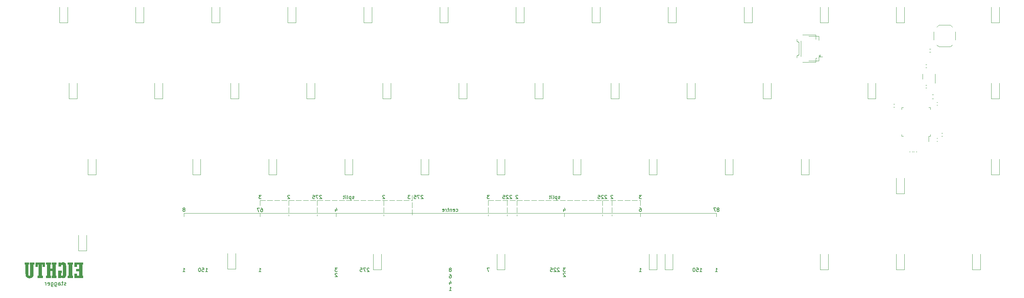
<source format=gbr>
%TF.GenerationSoftware,KiCad,Pcbnew,(7.0.0)*%
%TF.CreationDate,2023-11-25T11:40:03+01:00*%
%TF.ProjectId,Eightu,45696768-7475-42e6-9b69-6361645f7063,rev?*%
%TF.SameCoordinates,Original*%
%TF.FileFunction,Legend,Bot*%
%TF.FilePolarity,Positive*%
%FSLAX46Y46*%
G04 Gerber Fmt 4.6, Leading zero omitted, Abs format (unit mm)*
G04 Created by KiCad (PCBNEW (7.0.0)) date 2023-11-25 11:40:03*
%MOMM*%
%LPD*%
G01*
G04 APERTURE LIST*
%ADD10C,0.150000*%
%ADD11C,0.120000*%
G04 APERTURE END LIST*
D10*
X64103273Y-121178511D02*
X64008035Y-121226130D01*
X64008035Y-121226130D02*
X63817559Y-121226130D01*
X63817559Y-121226130D02*
X63722321Y-121178511D01*
X63722321Y-121178511D02*
X63674702Y-121083273D01*
X63674702Y-121083273D02*
X63674702Y-121035654D01*
X63674702Y-121035654D02*
X63722321Y-120940416D01*
X63722321Y-120940416D02*
X63817559Y-120892797D01*
X63817559Y-120892797D02*
X63960416Y-120892797D01*
X63960416Y-120892797D02*
X64055654Y-120845178D01*
X64055654Y-120845178D02*
X64103273Y-120749940D01*
X64103273Y-120749940D02*
X64103273Y-120702321D01*
X64103273Y-120702321D02*
X64055654Y-120607083D01*
X64055654Y-120607083D02*
X63960416Y-120559464D01*
X63960416Y-120559464D02*
X63817559Y-120559464D01*
X63817559Y-120559464D02*
X63722321Y-120607083D01*
X63388987Y-120559464D02*
X63008035Y-120559464D01*
X63246130Y-120226130D02*
X63246130Y-121083273D01*
X63246130Y-121083273D02*
X63198511Y-121178511D01*
X63198511Y-121178511D02*
X63103273Y-121226130D01*
X63103273Y-121226130D02*
X63008035Y-121226130D01*
X62246130Y-121226130D02*
X62246130Y-120702321D01*
X62246130Y-120702321D02*
X62293749Y-120607083D01*
X62293749Y-120607083D02*
X62388987Y-120559464D01*
X62388987Y-120559464D02*
X62579463Y-120559464D01*
X62579463Y-120559464D02*
X62674701Y-120607083D01*
X62246130Y-121178511D02*
X62341368Y-121226130D01*
X62341368Y-121226130D02*
X62579463Y-121226130D01*
X62579463Y-121226130D02*
X62674701Y-121178511D01*
X62674701Y-121178511D02*
X62722320Y-121083273D01*
X62722320Y-121083273D02*
X62722320Y-120988035D01*
X62722320Y-120988035D02*
X62674701Y-120892797D01*
X62674701Y-120892797D02*
X62579463Y-120845178D01*
X62579463Y-120845178D02*
X62341368Y-120845178D01*
X62341368Y-120845178D02*
X62246130Y-120797559D01*
X61341368Y-120559464D02*
X61341368Y-121368988D01*
X61341368Y-121368988D02*
X61388987Y-121464226D01*
X61388987Y-121464226D02*
X61436606Y-121511845D01*
X61436606Y-121511845D02*
X61531844Y-121559464D01*
X61531844Y-121559464D02*
X61674701Y-121559464D01*
X61674701Y-121559464D02*
X61769939Y-121511845D01*
X61341368Y-121178511D02*
X61436606Y-121226130D01*
X61436606Y-121226130D02*
X61627082Y-121226130D01*
X61627082Y-121226130D02*
X61722320Y-121178511D01*
X61722320Y-121178511D02*
X61769939Y-121130892D01*
X61769939Y-121130892D02*
X61817558Y-121035654D01*
X61817558Y-121035654D02*
X61817558Y-120749940D01*
X61817558Y-120749940D02*
X61769939Y-120654702D01*
X61769939Y-120654702D02*
X61722320Y-120607083D01*
X61722320Y-120607083D02*
X61627082Y-120559464D01*
X61627082Y-120559464D02*
X61436606Y-120559464D01*
X61436606Y-120559464D02*
X61341368Y-120607083D01*
X60436606Y-120559464D02*
X60436606Y-121368988D01*
X60436606Y-121368988D02*
X60484225Y-121464226D01*
X60484225Y-121464226D02*
X60531844Y-121511845D01*
X60531844Y-121511845D02*
X60627082Y-121559464D01*
X60627082Y-121559464D02*
X60769939Y-121559464D01*
X60769939Y-121559464D02*
X60865177Y-121511845D01*
X60436606Y-121178511D02*
X60531844Y-121226130D01*
X60531844Y-121226130D02*
X60722320Y-121226130D01*
X60722320Y-121226130D02*
X60817558Y-121178511D01*
X60817558Y-121178511D02*
X60865177Y-121130892D01*
X60865177Y-121130892D02*
X60912796Y-121035654D01*
X60912796Y-121035654D02*
X60912796Y-120749940D01*
X60912796Y-120749940D02*
X60865177Y-120654702D01*
X60865177Y-120654702D02*
X60817558Y-120607083D01*
X60817558Y-120607083D02*
X60722320Y-120559464D01*
X60722320Y-120559464D02*
X60531844Y-120559464D01*
X60531844Y-120559464D02*
X60436606Y-120607083D01*
X59579463Y-121178511D02*
X59674701Y-121226130D01*
X59674701Y-121226130D02*
X59865177Y-121226130D01*
X59865177Y-121226130D02*
X59960415Y-121178511D01*
X59960415Y-121178511D02*
X60008034Y-121083273D01*
X60008034Y-121083273D02*
X60008034Y-120702321D01*
X60008034Y-120702321D02*
X59960415Y-120607083D01*
X59960415Y-120607083D02*
X59865177Y-120559464D01*
X59865177Y-120559464D02*
X59674701Y-120559464D01*
X59674701Y-120559464D02*
X59579463Y-120607083D01*
X59579463Y-120607083D02*
X59531844Y-120702321D01*
X59531844Y-120702321D02*
X59531844Y-120797559D01*
X59531844Y-120797559D02*
X60008034Y-120892797D01*
X59103272Y-121226130D02*
X59103272Y-120559464D01*
X59103272Y-120749940D02*
X59055653Y-120654702D01*
X59055653Y-120654702D02*
X59008034Y-120607083D01*
X59008034Y-120607083D02*
X58912796Y-120559464D01*
X58912796Y-120559464D02*
X58817558Y-120559464D01*
D11*
X131762500Y-103981250D02*
X131762500Y-103187500D01*
X169862500Y-99912500D02*
X171182500Y-99912500D01*
X171662500Y-99912500D02*
X172982500Y-99912500D01*
X173462500Y-99912500D02*
X174782500Y-99912500D01*
X175262500Y-99912500D02*
X176582500Y-99912500D01*
X177062500Y-99912500D02*
X178382500Y-99912500D01*
X178862500Y-99912500D02*
X180182500Y-99912500D01*
X180662500Y-99912500D02*
X181982500Y-99912500D01*
X182462500Y-99912500D02*
X183782500Y-99912500D01*
X184262500Y-99912500D02*
X185582500Y-99912500D01*
X186062500Y-99912500D02*
X187382500Y-99912500D01*
X187862500Y-99912500D02*
X189182500Y-99912500D01*
X189662500Y-99912500D02*
X190982500Y-99912500D01*
X191462500Y-99912500D02*
X192782500Y-99912500D01*
X193262500Y-99912500D02*
X194582500Y-99912500D01*
X195062500Y-99912500D02*
X196382500Y-99912500D01*
X196862500Y-99912500D02*
X198182500Y-99912500D01*
X198662500Y-99912500D02*
X199982500Y-99912500D01*
X200462500Y-99912500D02*
X201782500Y-99912500D01*
X202262500Y-99912500D02*
X203582500Y-99912500D01*
X204062500Y-99912500D02*
X205382500Y-99912500D01*
X205862500Y-99912500D02*
X207182500Y-99912500D01*
X207662500Y-99912500D02*
X207962500Y-99912500D01*
X127000000Y-99912500D02*
X127000000Y-101232500D01*
X127000000Y-101712500D02*
X127000000Y-103032500D01*
X127000000Y-103512500D02*
X127000000Y-103881250D01*
X177006250Y-99912500D02*
X177006250Y-101232500D01*
X177006250Y-101712500D02*
X177006250Y-103032500D01*
X177006250Y-103512500D02*
X177006250Y-103881250D01*
X93662500Y-103187500D02*
X227012500Y-103187500D01*
X119856250Y-99912500D02*
X119856250Y-101232500D01*
X119856250Y-101712500D02*
X119856250Y-103032500D01*
X119856250Y-103512500D02*
X119856250Y-103881250D01*
X112712500Y-103981250D02*
X112712500Y-103187500D01*
X227012500Y-103981250D02*
X227012500Y-103187500D01*
X112712500Y-99912500D02*
X112712500Y-101232500D01*
X143668750Y-99912500D02*
X143668750Y-101232500D01*
X143668750Y-101712500D02*
X143668750Y-103032500D01*
X143668750Y-103512500D02*
X143668750Y-103881250D01*
X188912500Y-103981250D02*
X188912500Y-103187500D01*
X174625000Y-99912500D02*
X174625000Y-101232500D01*
X174625000Y-101712500D02*
X174625000Y-103032500D01*
X174625000Y-103512500D02*
X174625000Y-103881250D01*
X169862500Y-99912500D02*
X169862500Y-101232500D01*
X169862500Y-101712500D02*
X169862500Y-103032500D01*
X169862500Y-103512500D02*
X169862500Y-103881250D01*
X200818750Y-99912500D02*
X200818750Y-101232500D01*
X200818750Y-101712500D02*
X200818750Y-103032500D01*
X200818750Y-103512500D02*
X200818750Y-103881250D01*
X112712500Y-99912500D02*
X114032500Y-99912500D01*
X114512500Y-99912500D02*
X115832500Y-99912500D01*
X116312500Y-99912500D02*
X117632500Y-99912500D01*
X118112500Y-99912500D02*
X119432500Y-99912500D01*
X119912500Y-99912500D02*
X121232500Y-99912500D01*
X121712500Y-99912500D02*
X123032500Y-99912500D01*
X123512500Y-99912500D02*
X124832500Y-99912500D01*
X125312500Y-99912500D02*
X126632500Y-99912500D01*
X127112500Y-99912500D02*
X128432500Y-99912500D01*
X128912500Y-99912500D02*
X130232500Y-99912500D01*
X130712500Y-99912500D02*
X132032500Y-99912500D01*
X132512500Y-99912500D02*
X133832500Y-99912500D01*
X134312500Y-99912500D02*
X135632500Y-99912500D01*
X136112500Y-99912500D02*
X137432500Y-99912500D01*
X137912500Y-99912500D02*
X139232500Y-99912500D01*
X139712500Y-99912500D02*
X141032500Y-99912500D01*
X141512500Y-99912500D02*
X142832500Y-99912500D01*
X143312500Y-99912500D02*
X144632500Y-99912500D01*
X145112500Y-99912500D02*
X146432500Y-99912500D01*
X146912500Y-99912500D02*
X148232500Y-99912500D01*
X148712500Y-99912500D02*
X150032500Y-99912500D01*
X150512500Y-99912500D02*
X150812500Y-99912500D01*
X198437500Y-99912500D02*
X198437500Y-101232500D01*
X198437500Y-101712500D02*
X198437500Y-103032500D01*
X198437500Y-103512500D02*
X198437500Y-103881250D01*
X207962500Y-99912500D02*
X207962500Y-101232500D01*
X207962500Y-103981250D02*
X207962500Y-103187500D01*
X93662500Y-103981250D02*
X93662500Y-103187500D01*
X150802205Y-98678471D02*
X150804817Y-99998468D01*
X150805767Y-100478467D02*
X150808379Y-101798465D01*
X150809328Y-102278464D02*
X150811940Y-103598461D01*
D10*
X143925892Y-98735107D02*
X143883035Y-98692250D01*
X143883035Y-98692250D02*
X143797321Y-98649392D01*
X143797321Y-98649392D02*
X143583035Y-98649392D01*
X143583035Y-98649392D02*
X143497321Y-98692250D01*
X143497321Y-98692250D02*
X143454463Y-98735107D01*
X143454463Y-98735107D02*
X143411606Y-98820821D01*
X143411606Y-98820821D02*
X143411606Y-98906535D01*
X143411606Y-98906535D02*
X143454463Y-99035107D01*
X143454463Y-99035107D02*
X143968749Y-99549392D01*
X143968749Y-99549392D02*
X143411606Y-99549392D01*
X160186820Y-118493142D02*
X160358248Y-118493142D01*
X160358248Y-118493142D02*
X160443962Y-118536000D01*
X160443962Y-118536000D02*
X160486820Y-118578857D01*
X160486820Y-118578857D02*
X160572534Y-118707428D01*
X160572534Y-118707428D02*
X160615391Y-118878857D01*
X160615391Y-118878857D02*
X160615391Y-119221714D01*
X160615391Y-119221714D02*
X160572534Y-119307428D01*
X160572534Y-119307428D02*
X160529677Y-119350285D01*
X160529677Y-119350285D02*
X160443962Y-119393142D01*
X160443962Y-119393142D02*
X160272534Y-119393142D01*
X160272534Y-119393142D02*
X160186820Y-119350285D01*
X160186820Y-119350285D02*
X160143962Y-119307428D01*
X160143962Y-119307428D02*
X160101105Y-119221714D01*
X160101105Y-119221714D02*
X160101105Y-119007428D01*
X160101105Y-119007428D02*
X160143962Y-118921714D01*
X160143962Y-118921714D02*
X160186820Y-118878857D01*
X160186820Y-118878857D02*
X160272534Y-118836000D01*
X160272534Y-118836000D02*
X160443962Y-118836000D01*
X160443962Y-118836000D02*
X160529677Y-118878857D01*
X160529677Y-118878857D02*
X160572534Y-118921714D01*
X160572534Y-118921714D02*
X160615391Y-119007428D01*
X189212499Y-116905642D02*
X188655356Y-116905642D01*
X188655356Y-116905642D02*
X188955356Y-117248500D01*
X188955356Y-117248500D02*
X188826785Y-117248500D01*
X188826785Y-117248500D02*
X188741071Y-117291357D01*
X188741071Y-117291357D02*
X188698213Y-117334214D01*
X188698213Y-117334214D02*
X188655356Y-117419928D01*
X188655356Y-117419928D02*
X188655356Y-117634214D01*
X188655356Y-117634214D02*
X188698213Y-117719928D01*
X188698213Y-117719928D02*
X188741071Y-117762785D01*
X188741071Y-117762785D02*
X188826785Y-117805642D01*
X188826785Y-117805642D02*
X189083928Y-117805642D01*
X189083928Y-117805642D02*
X189169642Y-117762785D01*
X189169642Y-117762785D02*
X189212499Y-117719928D01*
X150318749Y-98649392D02*
X149761606Y-98649392D01*
X149761606Y-98649392D02*
X150061606Y-98992250D01*
X150061606Y-98992250D02*
X149933035Y-98992250D01*
X149933035Y-98992250D02*
X149847321Y-99035107D01*
X149847321Y-99035107D02*
X149804463Y-99077964D01*
X149804463Y-99077964D02*
X149761606Y-99163678D01*
X149761606Y-99163678D02*
X149761606Y-99377964D01*
X149761606Y-99377964D02*
X149804463Y-99463678D01*
X149804463Y-99463678D02*
X149847321Y-99506535D01*
X149847321Y-99506535D02*
X149933035Y-99549392D01*
X149933035Y-99549392D02*
X150190178Y-99549392D01*
X150190178Y-99549392D02*
X150275892Y-99506535D01*
X150275892Y-99506535D02*
X150318749Y-99463678D01*
X99024999Y-117805642D02*
X99539285Y-117805642D01*
X99282142Y-117805642D02*
X99282142Y-116905642D01*
X99282142Y-116905642D02*
X99367856Y-117034214D01*
X99367856Y-117034214D02*
X99453571Y-117119928D01*
X99453571Y-117119928D02*
X99539285Y-117162785D01*
X98210713Y-116905642D02*
X98639285Y-116905642D01*
X98639285Y-116905642D02*
X98682142Y-117334214D01*
X98682142Y-117334214D02*
X98639285Y-117291357D01*
X98639285Y-117291357D02*
X98553571Y-117248500D01*
X98553571Y-117248500D02*
X98339285Y-117248500D01*
X98339285Y-117248500D02*
X98253571Y-117291357D01*
X98253571Y-117291357D02*
X98210713Y-117334214D01*
X98210713Y-117334214D02*
X98167856Y-117419928D01*
X98167856Y-117419928D02*
X98167856Y-117634214D01*
X98167856Y-117634214D02*
X98210713Y-117719928D01*
X98210713Y-117719928D02*
X98253571Y-117762785D01*
X98253571Y-117762785D02*
X98339285Y-117805642D01*
X98339285Y-117805642D02*
X98553571Y-117805642D01*
X98553571Y-117805642D02*
X98639285Y-117762785D01*
X98639285Y-117762785D02*
X98682142Y-117719928D01*
X97610713Y-116905642D02*
X97524999Y-116905642D01*
X97524999Y-116905642D02*
X97439285Y-116948500D01*
X97439285Y-116948500D02*
X97396428Y-116991357D01*
X97396428Y-116991357D02*
X97353570Y-117077071D01*
X97353570Y-117077071D02*
X97310713Y-117248500D01*
X97310713Y-117248500D02*
X97310713Y-117462785D01*
X97310713Y-117462785D02*
X97353570Y-117634214D01*
X97353570Y-117634214D02*
X97396428Y-117719928D01*
X97396428Y-117719928D02*
X97439285Y-117762785D01*
X97439285Y-117762785D02*
X97524999Y-117805642D01*
X97524999Y-117805642D02*
X97610713Y-117805642D01*
X97610713Y-117805642D02*
X97696428Y-117762785D01*
X97696428Y-117762785D02*
X97739285Y-117719928D01*
X97739285Y-117719928D02*
X97782142Y-117634214D01*
X97782142Y-117634214D02*
X97824999Y-117462785D01*
X97824999Y-117462785D02*
X97824999Y-117248500D01*
X97824999Y-117248500D02*
X97782142Y-117077071D01*
X97782142Y-117077071D02*
X97739285Y-116991357D01*
X97739285Y-116991357D02*
X97696428Y-116948500D01*
X97696428Y-116948500D02*
X97610713Y-116905642D01*
X187645535Y-116991357D02*
X187602678Y-116948500D01*
X187602678Y-116948500D02*
X187516964Y-116905642D01*
X187516964Y-116905642D02*
X187302678Y-116905642D01*
X187302678Y-116905642D02*
X187216964Y-116948500D01*
X187216964Y-116948500D02*
X187174106Y-116991357D01*
X187174106Y-116991357D02*
X187131249Y-117077071D01*
X187131249Y-117077071D02*
X187131249Y-117162785D01*
X187131249Y-117162785D02*
X187174106Y-117291357D01*
X187174106Y-117291357D02*
X187688392Y-117805642D01*
X187688392Y-117805642D02*
X187131249Y-117805642D01*
X186788392Y-116991357D02*
X186745535Y-116948500D01*
X186745535Y-116948500D02*
X186659821Y-116905642D01*
X186659821Y-116905642D02*
X186445535Y-116905642D01*
X186445535Y-116905642D02*
X186359821Y-116948500D01*
X186359821Y-116948500D02*
X186316963Y-116991357D01*
X186316963Y-116991357D02*
X186274106Y-117077071D01*
X186274106Y-117077071D02*
X186274106Y-117162785D01*
X186274106Y-117162785D02*
X186316963Y-117291357D01*
X186316963Y-117291357D02*
X186831249Y-117805642D01*
X186831249Y-117805642D02*
X186274106Y-117805642D01*
X185459820Y-116905642D02*
X185888392Y-116905642D01*
X185888392Y-116905642D02*
X185931249Y-117334214D01*
X185931249Y-117334214D02*
X185888392Y-117291357D01*
X185888392Y-117291357D02*
X185802678Y-117248500D01*
X185802678Y-117248500D02*
X185588392Y-117248500D01*
X185588392Y-117248500D02*
X185502678Y-117291357D01*
X185502678Y-117291357D02*
X185459820Y-117334214D01*
X185459820Y-117334214D02*
X185416963Y-117419928D01*
X185416963Y-117419928D02*
X185416963Y-117634214D01*
X185416963Y-117634214D02*
X185459820Y-117719928D01*
X185459820Y-117719928D02*
X185502678Y-117762785D01*
X185502678Y-117762785D02*
X185588392Y-117805642D01*
X185588392Y-117805642D02*
X185802678Y-117805642D01*
X185802678Y-117805642D02*
X185888392Y-117762785D01*
X185888392Y-117762785D02*
X185931249Y-117719928D01*
X132035003Y-118302343D02*
X131992146Y-118259486D01*
X131992146Y-118259486D02*
X131906432Y-118216628D01*
X131906432Y-118216628D02*
X131692146Y-118216628D01*
X131692146Y-118216628D02*
X131606432Y-118259486D01*
X131606432Y-118259486D02*
X131563574Y-118302343D01*
X131563574Y-118302343D02*
X131520717Y-118388057D01*
X131520717Y-118388057D02*
X131520717Y-118473771D01*
X131520717Y-118473771D02*
X131563574Y-118602343D01*
X131563574Y-118602343D02*
X132077860Y-119116628D01*
X132077860Y-119116628D02*
X131520717Y-119116628D01*
X131591071Y-102124392D02*
X131591071Y-102724392D01*
X131805356Y-101781535D02*
X132019642Y-102424392D01*
X132019642Y-102424392D02*
X131462499Y-102424392D01*
X113012499Y-98649392D02*
X112455356Y-98649392D01*
X112455356Y-98649392D02*
X112755356Y-98992250D01*
X112755356Y-98992250D02*
X112626785Y-98992250D01*
X112626785Y-98992250D02*
X112541071Y-99035107D01*
X112541071Y-99035107D02*
X112498213Y-99077964D01*
X112498213Y-99077964D02*
X112455356Y-99163678D01*
X112455356Y-99163678D02*
X112455356Y-99377964D01*
X112455356Y-99377964D02*
X112498213Y-99463678D01*
X112498213Y-99463678D02*
X112541071Y-99506535D01*
X112541071Y-99506535D02*
X112626785Y-99549392D01*
X112626785Y-99549392D02*
X112883928Y-99549392D01*
X112883928Y-99549392D02*
X112969642Y-99506535D01*
X112969642Y-99506535D02*
X113012499Y-99463678D01*
X207705356Y-117805642D02*
X208219642Y-117805642D01*
X207962499Y-117805642D02*
X207962499Y-116905642D01*
X207962499Y-116905642D02*
X208048213Y-117034214D01*
X208048213Y-117034214D02*
X208133928Y-117119928D01*
X208133928Y-117119928D02*
X208219642Y-117162785D01*
X160080356Y-122568142D02*
X160594642Y-122568142D01*
X160337499Y-122568142D02*
X160337499Y-121668142D01*
X160337499Y-121668142D02*
X160423213Y-121796714D01*
X160423213Y-121796714D02*
X160508928Y-121882428D01*
X160508928Y-121882428D02*
X160594642Y-121925285D01*
X170162499Y-116905642D02*
X169562499Y-116905642D01*
X169562499Y-116905642D02*
X169948213Y-117805642D01*
X199551785Y-98735107D02*
X199508928Y-98692250D01*
X199508928Y-98692250D02*
X199423214Y-98649392D01*
X199423214Y-98649392D02*
X199208928Y-98649392D01*
X199208928Y-98649392D02*
X199123214Y-98692250D01*
X199123214Y-98692250D02*
X199080356Y-98735107D01*
X199080356Y-98735107D02*
X199037499Y-98820821D01*
X199037499Y-98820821D02*
X199037499Y-98906535D01*
X199037499Y-98906535D02*
X199080356Y-99035107D01*
X199080356Y-99035107D02*
X199594642Y-99549392D01*
X199594642Y-99549392D02*
X199037499Y-99549392D01*
X198694642Y-98735107D02*
X198651785Y-98692250D01*
X198651785Y-98692250D02*
X198566071Y-98649392D01*
X198566071Y-98649392D02*
X198351785Y-98649392D01*
X198351785Y-98649392D02*
X198266071Y-98692250D01*
X198266071Y-98692250D02*
X198223213Y-98735107D01*
X198223213Y-98735107D02*
X198180356Y-98820821D01*
X198180356Y-98820821D02*
X198180356Y-98906535D01*
X198180356Y-98906535D02*
X198223213Y-99035107D01*
X198223213Y-99035107D02*
X198737499Y-99549392D01*
X198737499Y-99549392D02*
X198180356Y-99549392D01*
X197366070Y-98649392D02*
X197794642Y-98649392D01*
X197794642Y-98649392D02*
X197837499Y-99077964D01*
X197837499Y-99077964D02*
X197794642Y-99035107D01*
X197794642Y-99035107D02*
X197708928Y-98992250D01*
X197708928Y-98992250D02*
X197494642Y-98992250D01*
X197494642Y-98992250D02*
X197408928Y-99035107D01*
X197408928Y-99035107D02*
X197366070Y-99077964D01*
X197366070Y-99077964D02*
X197323213Y-99163678D01*
X197323213Y-99163678D02*
X197323213Y-99377964D01*
X197323213Y-99377964D02*
X197366070Y-99463678D01*
X197366070Y-99463678D02*
X197408928Y-99506535D01*
X197408928Y-99506535D02*
X197494642Y-99549392D01*
X197494642Y-99549392D02*
X197708928Y-99549392D01*
X197708928Y-99549392D02*
X197794642Y-99506535D01*
X197794642Y-99506535D02*
X197837499Y-99463678D01*
X208262499Y-98649392D02*
X207705356Y-98649392D01*
X207705356Y-98649392D02*
X208005356Y-98992250D01*
X208005356Y-98992250D02*
X207876785Y-98992250D01*
X207876785Y-98992250D02*
X207791071Y-99035107D01*
X207791071Y-99035107D02*
X207748213Y-99077964D01*
X207748213Y-99077964D02*
X207705356Y-99163678D01*
X207705356Y-99163678D02*
X207705356Y-99377964D01*
X207705356Y-99377964D02*
X207748213Y-99463678D01*
X207748213Y-99463678D02*
X207791071Y-99506535D01*
X207791071Y-99506535D02*
X207876785Y-99549392D01*
X207876785Y-99549392D02*
X208133928Y-99549392D01*
X208133928Y-99549392D02*
X208219642Y-99506535D01*
X208219642Y-99506535D02*
X208262499Y-99463678D01*
X187838392Y-99506535D02*
X187752678Y-99549392D01*
X187752678Y-99549392D02*
X187581249Y-99549392D01*
X187581249Y-99549392D02*
X187495535Y-99506535D01*
X187495535Y-99506535D02*
X187452678Y-99420821D01*
X187452678Y-99420821D02*
X187452678Y-99377964D01*
X187452678Y-99377964D02*
X187495535Y-99292250D01*
X187495535Y-99292250D02*
X187581249Y-99249392D01*
X187581249Y-99249392D02*
X187709821Y-99249392D01*
X187709821Y-99249392D02*
X187795535Y-99206535D01*
X187795535Y-99206535D02*
X187838392Y-99120821D01*
X187838392Y-99120821D02*
X187838392Y-99077964D01*
X187838392Y-99077964D02*
X187795535Y-98992250D01*
X187795535Y-98992250D02*
X187709821Y-98949392D01*
X187709821Y-98949392D02*
X187581249Y-98949392D01*
X187581249Y-98949392D02*
X187495535Y-98992250D01*
X187066964Y-98949392D02*
X187066964Y-99849392D01*
X187066964Y-98992250D02*
X186981250Y-98949392D01*
X186981250Y-98949392D02*
X186809821Y-98949392D01*
X186809821Y-98949392D02*
X186724107Y-98992250D01*
X186724107Y-98992250D02*
X186681250Y-99035107D01*
X186681250Y-99035107D02*
X186638392Y-99120821D01*
X186638392Y-99120821D02*
X186638392Y-99377964D01*
X186638392Y-99377964D02*
X186681250Y-99463678D01*
X186681250Y-99463678D02*
X186724107Y-99506535D01*
X186724107Y-99506535D02*
X186809821Y-99549392D01*
X186809821Y-99549392D02*
X186981250Y-99549392D01*
X186981250Y-99549392D02*
X187066964Y-99506535D01*
X186124106Y-99549392D02*
X186209821Y-99506535D01*
X186209821Y-99506535D02*
X186252678Y-99420821D01*
X186252678Y-99420821D02*
X186252678Y-98649392D01*
X185781249Y-99549392D02*
X185781249Y-98949392D01*
X185781249Y-98649392D02*
X185824106Y-98692250D01*
X185824106Y-98692250D02*
X185781249Y-98735107D01*
X185781249Y-98735107D02*
X185738392Y-98692250D01*
X185738392Y-98692250D02*
X185781249Y-98649392D01*
X185781249Y-98649392D02*
X185781249Y-98735107D01*
X185481249Y-98949392D02*
X185138392Y-98949392D01*
X185352678Y-98649392D02*
X185352678Y-99420821D01*
X185352678Y-99420821D02*
X185309821Y-99506535D01*
X185309821Y-99506535D02*
X185224106Y-99549392D01*
X185224106Y-99549392D02*
X185138392Y-99549392D01*
X112455356Y-117805642D02*
X112969642Y-117805642D01*
X112712499Y-117805642D02*
X112712499Y-116905642D01*
X112712499Y-116905642D02*
X112798213Y-117034214D01*
X112798213Y-117034214D02*
X112883928Y-117119928D01*
X112883928Y-117119928D02*
X112969642Y-117162785D01*
X226755356Y-117805642D02*
X227269642Y-117805642D01*
X227012499Y-117805642D02*
X227012499Y-116905642D01*
X227012499Y-116905642D02*
X227098213Y-117034214D01*
X227098213Y-117034214D02*
X227183928Y-117119928D01*
X227183928Y-117119928D02*
X227269642Y-117162785D01*
X93748213Y-102210107D02*
X93833928Y-102167250D01*
X93833928Y-102167250D02*
X93876785Y-102124392D01*
X93876785Y-102124392D02*
X93919642Y-102038678D01*
X93919642Y-102038678D02*
X93919642Y-101995821D01*
X93919642Y-101995821D02*
X93876785Y-101910107D01*
X93876785Y-101910107D02*
X93833928Y-101867250D01*
X93833928Y-101867250D02*
X93748213Y-101824392D01*
X93748213Y-101824392D02*
X93576785Y-101824392D01*
X93576785Y-101824392D02*
X93491071Y-101867250D01*
X93491071Y-101867250D02*
X93448213Y-101910107D01*
X93448213Y-101910107D02*
X93405356Y-101995821D01*
X93405356Y-101995821D02*
X93405356Y-102038678D01*
X93405356Y-102038678D02*
X93448213Y-102124392D01*
X93448213Y-102124392D02*
X93491071Y-102167250D01*
X93491071Y-102167250D02*
X93576785Y-102210107D01*
X93576785Y-102210107D02*
X93748213Y-102210107D01*
X93748213Y-102210107D02*
X93833928Y-102252964D01*
X93833928Y-102252964D02*
X93876785Y-102295821D01*
X93876785Y-102295821D02*
X93919642Y-102381535D01*
X93919642Y-102381535D02*
X93919642Y-102552964D01*
X93919642Y-102552964D02*
X93876785Y-102638678D01*
X93876785Y-102638678D02*
X93833928Y-102681535D01*
X93833928Y-102681535D02*
X93748213Y-102724392D01*
X93748213Y-102724392D02*
X93576785Y-102724392D01*
X93576785Y-102724392D02*
X93491071Y-102681535D01*
X93491071Y-102681535D02*
X93448213Y-102638678D01*
X93448213Y-102638678D02*
X93405356Y-102552964D01*
X93405356Y-102552964D02*
X93405356Y-102381535D01*
X93405356Y-102381535D02*
X93448213Y-102295821D01*
X93448213Y-102295821D02*
X93491071Y-102252964D01*
X93491071Y-102252964D02*
X93576785Y-102210107D01*
X93405356Y-117805642D02*
X93919642Y-117805642D01*
X93662499Y-117805642D02*
X93662499Y-116905642D01*
X93662499Y-116905642D02*
X93748213Y-117034214D01*
X93748213Y-117034214D02*
X93833928Y-117119928D01*
X93833928Y-117119928D02*
X93919642Y-117162785D01*
X128114285Y-98735107D02*
X128071428Y-98692250D01*
X128071428Y-98692250D02*
X127985714Y-98649392D01*
X127985714Y-98649392D02*
X127771428Y-98649392D01*
X127771428Y-98649392D02*
X127685714Y-98692250D01*
X127685714Y-98692250D02*
X127642856Y-98735107D01*
X127642856Y-98735107D02*
X127599999Y-98820821D01*
X127599999Y-98820821D02*
X127599999Y-98906535D01*
X127599999Y-98906535D02*
X127642856Y-99035107D01*
X127642856Y-99035107D02*
X128157142Y-99549392D01*
X128157142Y-99549392D02*
X127599999Y-99549392D01*
X127299999Y-98649392D02*
X126699999Y-98649392D01*
X126699999Y-98649392D02*
X127085713Y-99549392D01*
X125928570Y-98649392D02*
X126357142Y-98649392D01*
X126357142Y-98649392D02*
X126399999Y-99077964D01*
X126399999Y-99077964D02*
X126357142Y-99035107D01*
X126357142Y-99035107D02*
X126271428Y-98992250D01*
X126271428Y-98992250D02*
X126057142Y-98992250D01*
X126057142Y-98992250D02*
X125971428Y-99035107D01*
X125971428Y-99035107D02*
X125928570Y-99077964D01*
X125928570Y-99077964D02*
X125885713Y-99163678D01*
X125885713Y-99163678D02*
X125885713Y-99377964D01*
X125885713Y-99377964D02*
X125928570Y-99463678D01*
X125928570Y-99463678D02*
X125971428Y-99506535D01*
X125971428Y-99506535D02*
X126057142Y-99549392D01*
X126057142Y-99549392D02*
X126271428Y-99549392D01*
X126271428Y-99549392D02*
X126357142Y-99506535D01*
X126357142Y-99506535D02*
X126399999Y-99463678D01*
X201075892Y-98735107D02*
X201033035Y-98692250D01*
X201033035Y-98692250D02*
X200947321Y-98649392D01*
X200947321Y-98649392D02*
X200733035Y-98649392D01*
X200733035Y-98649392D02*
X200647321Y-98692250D01*
X200647321Y-98692250D02*
X200604463Y-98735107D01*
X200604463Y-98735107D02*
X200561606Y-98820821D01*
X200561606Y-98820821D02*
X200561606Y-98906535D01*
X200561606Y-98906535D02*
X200604463Y-99035107D01*
X200604463Y-99035107D02*
X201118749Y-99549392D01*
X201118749Y-99549392D02*
X200561606Y-99549392D01*
X222849999Y-117805642D02*
X223364285Y-117805642D01*
X223107142Y-117805642D02*
X223107142Y-116905642D01*
X223107142Y-116905642D02*
X223192856Y-117034214D01*
X223192856Y-117034214D02*
X223278571Y-117119928D01*
X223278571Y-117119928D02*
X223364285Y-117162785D01*
X222035713Y-116905642D02*
X222464285Y-116905642D01*
X222464285Y-116905642D02*
X222507142Y-117334214D01*
X222507142Y-117334214D02*
X222464285Y-117291357D01*
X222464285Y-117291357D02*
X222378571Y-117248500D01*
X222378571Y-117248500D02*
X222164285Y-117248500D01*
X222164285Y-117248500D02*
X222078571Y-117291357D01*
X222078571Y-117291357D02*
X222035713Y-117334214D01*
X222035713Y-117334214D02*
X221992856Y-117419928D01*
X221992856Y-117419928D02*
X221992856Y-117634214D01*
X221992856Y-117634214D02*
X222035713Y-117719928D01*
X222035713Y-117719928D02*
X222078571Y-117762785D01*
X222078571Y-117762785D02*
X222164285Y-117805642D01*
X222164285Y-117805642D02*
X222378571Y-117805642D01*
X222378571Y-117805642D02*
X222464285Y-117762785D01*
X222464285Y-117762785D02*
X222507142Y-117719928D01*
X221435713Y-116905642D02*
X221349999Y-116905642D01*
X221349999Y-116905642D02*
X221264285Y-116948500D01*
X221264285Y-116948500D02*
X221221428Y-116991357D01*
X221221428Y-116991357D02*
X221178570Y-117077071D01*
X221178570Y-117077071D02*
X221135713Y-117248500D01*
X221135713Y-117248500D02*
X221135713Y-117462785D01*
X221135713Y-117462785D02*
X221178570Y-117634214D01*
X221178570Y-117634214D02*
X221221428Y-117719928D01*
X221221428Y-117719928D02*
X221264285Y-117762785D01*
X221264285Y-117762785D02*
X221349999Y-117805642D01*
X221349999Y-117805642D02*
X221435713Y-117805642D01*
X221435713Y-117805642D02*
X221521428Y-117762785D01*
X221521428Y-117762785D02*
X221564285Y-117719928D01*
X221564285Y-117719928D02*
X221607142Y-117634214D01*
X221607142Y-117634214D02*
X221649999Y-117462785D01*
X221649999Y-117462785D02*
X221649999Y-117248500D01*
X221649999Y-117248500D02*
X221607142Y-117077071D01*
X221607142Y-117077071D02*
X221564285Y-116991357D01*
X221564285Y-116991357D02*
X221521428Y-116948500D01*
X221521428Y-116948500D02*
X221435713Y-116905642D01*
X112932798Y-101895973D02*
X113104226Y-101895973D01*
X113104226Y-101895973D02*
X113189940Y-101938831D01*
X113189940Y-101938831D02*
X113232798Y-101981688D01*
X113232798Y-101981688D02*
X113318512Y-102110259D01*
X113318512Y-102110259D02*
X113361369Y-102281688D01*
X113361369Y-102281688D02*
X113361369Y-102624545D01*
X113361369Y-102624545D02*
X113318512Y-102710259D01*
X113318512Y-102710259D02*
X113275655Y-102753116D01*
X113275655Y-102753116D02*
X113189940Y-102795973D01*
X113189940Y-102795973D02*
X113018512Y-102795973D01*
X113018512Y-102795973D02*
X112932798Y-102753116D01*
X112932798Y-102753116D02*
X112889940Y-102710259D01*
X112889940Y-102710259D02*
X112847083Y-102624545D01*
X112847083Y-102624545D02*
X112847083Y-102410259D01*
X112847083Y-102410259D02*
X112889940Y-102324545D01*
X112889940Y-102324545D02*
X112932798Y-102281688D01*
X112932798Y-102281688D02*
X113018512Y-102238831D01*
X113018512Y-102238831D02*
X113189940Y-102238831D01*
X113189940Y-102238831D02*
X113275655Y-102281688D01*
X113275655Y-102281688D02*
X113318512Y-102324545D01*
X113318512Y-102324545D02*
X113361369Y-102410259D01*
X175739285Y-98735107D02*
X175696428Y-98692250D01*
X175696428Y-98692250D02*
X175610714Y-98649392D01*
X175610714Y-98649392D02*
X175396428Y-98649392D01*
X175396428Y-98649392D02*
X175310714Y-98692250D01*
X175310714Y-98692250D02*
X175267856Y-98735107D01*
X175267856Y-98735107D02*
X175224999Y-98820821D01*
X175224999Y-98820821D02*
X175224999Y-98906535D01*
X175224999Y-98906535D02*
X175267856Y-99035107D01*
X175267856Y-99035107D02*
X175782142Y-99549392D01*
X175782142Y-99549392D02*
X175224999Y-99549392D01*
X174882142Y-98735107D02*
X174839285Y-98692250D01*
X174839285Y-98692250D02*
X174753571Y-98649392D01*
X174753571Y-98649392D02*
X174539285Y-98649392D01*
X174539285Y-98649392D02*
X174453571Y-98692250D01*
X174453571Y-98692250D02*
X174410713Y-98735107D01*
X174410713Y-98735107D02*
X174367856Y-98820821D01*
X174367856Y-98820821D02*
X174367856Y-98906535D01*
X174367856Y-98906535D02*
X174410713Y-99035107D01*
X174410713Y-99035107D02*
X174924999Y-99549392D01*
X174924999Y-99549392D02*
X174367856Y-99549392D01*
X173553570Y-98649392D02*
X173982142Y-98649392D01*
X173982142Y-98649392D02*
X174024999Y-99077964D01*
X174024999Y-99077964D02*
X173982142Y-99035107D01*
X173982142Y-99035107D02*
X173896428Y-98992250D01*
X173896428Y-98992250D02*
X173682142Y-98992250D01*
X173682142Y-98992250D02*
X173596428Y-99035107D01*
X173596428Y-99035107D02*
X173553570Y-99077964D01*
X173553570Y-99077964D02*
X173510713Y-99163678D01*
X173510713Y-99163678D02*
X173510713Y-99377964D01*
X173510713Y-99377964D02*
X173553570Y-99463678D01*
X173553570Y-99463678D02*
X173596428Y-99506535D01*
X173596428Y-99506535D02*
X173682142Y-99549392D01*
X173682142Y-99549392D02*
X173896428Y-99549392D01*
X173896428Y-99549392D02*
X173982142Y-99506535D01*
X173982142Y-99506535D02*
X174024999Y-99463678D01*
X160170279Y-120406937D02*
X160170279Y-121006937D01*
X160384564Y-120064080D02*
X160598850Y-120706937D01*
X160598850Y-120706937D02*
X160041707Y-120706937D01*
X136244642Y-99506535D02*
X136158928Y-99549392D01*
X136158928Y-99549392D02*
X135987499Y-99549392D01*
X135987499Y-99549392D02*
X135901785Y-99506535D01*
X135901785Y-99506535D02*
X135858928Y-99420821D01*
X135858928Y-99420821D02*
X135858928Y-99377964D01*
X135858928Y-99377964D02*
X135901785Y-99292250D01*
X135901785Y-99292250D02*
X135987499Y-99249392D01*
X135987499Y-99249392D02*
X136116071Y-99249392D01*
X136116071Y-99249392D02*
X136201785Y-99206535D01*
X136201785Y-99206535D02*
X136244642Y-99120821D01*
X136244642Y-99120821D02*
X136244642Y-99077964D01*
X136244642Y-99077964D02*
X136201785Y-98992250D01*
X136201785Y-98992250D02*
X136116071Y-98949392D01*
X136116071Y-98949392D02*
X135987499Y-98949392D01*
X135987499Y-98949392D02*
X135901785Y-98992250D01*
X135473214Y-98949392D02*
X135473214Y-99849392D01*
X135473214Y-98992250D02*
X135387500Y-98949392D01*
X135387500Y-98949392D02*
X135216071Y-98949392D01*
X135216071Y-98949392D02*
X135130357Y-98992250D01*
X135130357Y-98992250D02*
X135087500Y-99035107D01*
X135087500Y-99035107D02*
X135044642Y-99120821D01*
X135044642Y-99120821D02*
X135044642Y-99377964D01*
X135044642Y-99377964D02*
X135087500Y-99463678D01*
X135087500Y-99463678D02*
X135130357Y-99506535D01*
X135130357Y-99506535D02*
X135216071Y-99549392D01*
X135216071Y-99549392D02*
X135387500Y-99549392D01*
X135387500Y-99549392D02*
X135473214Y-99506535D01*
X134530356Y-99549392D02*
X134616071Y-99506535D01*
X134616071Y-99506535D02*
X134658928Y-99420821D01*
X134658928Y-99420821D02*
X134658928Y-98649392D01*
X134187499Y-99549392D02*
X134187499Y-98949392D01*
X134187499Y-98649392D02*
X134230356Y-98692250D01*
X134230356Y-98692250D02*
X134187499Y-98735107D01*
X134187499Y-98735107D02*
X134144642Y-98692250D01*
X134144642Y-98692250D02*
X134187499Y-98649392D01*
X134187499Y-98649392D02*
X134187499Y-98735107D01*
X133887499Y-98949392D02*
X133544642Y-98949392D01*
X133758928Y-98649392D02*
X133758928Y-99420821D01*
X133758928Y-99420821D02*
X133716071Y-99506535D01*
X133716071Y-99506535D02*
X133630356Y-99549392D01*
X133630356Y-99549392D02*
X133544642Y-99549392D01*
X160443962Y-117291357D02*
X160529677Y-117248500D01*
X160529677Y-117248500D02*
X160572534Y-117205642D01*
X160572534Y-117205642D02*
X160615391Y-117119928D01*
X160615391Y-117119928D02*
X160615391Y-117077071D01*
X160615391Y-117077071D02*
X160572534Y-116991357D01*
X160572534Y-116991357D02*
X160529677Y-116948500D01*
X160529677Y-116948500D02*
X160443962Y-116905642D01*
X160443962Y-116905642D02*
X160272534Y-116905642D01*
X160272534Y-116905642D02*
X160186820Y-116948500D01*
X160186820Y-116948500D02*
X160143962Y-116991357D01*
X160143962Y-116991357D02*
X160101105Y-117077071D01*
X160101105Y-117077071D02*
X160101105Y-117119928D01*
X160101105Y-117119928D02*
X160143962Y-117205642D01*
X160143962Y-117205642D02*
X160186820Y-117248500D01*
X160186820Y-117248500D02*
X160272534Y-117291357D01*
X160272534Y-117291357D02*
X160443962Y-117291357D01*
X160443962Y-117291357D02*
X160529677Y-117334214D01*
X160529677Y-117334214D02*
X160572534Y-117377071D01*
X160572534Y-117377071D02*
X160615391Y-117462785D01*
X160615391Y-117462785D02*
X160615391Y-117634214D01*
X160615391Y-117634214D02*
X160572534Y-117719928D01*
X160572534Y-117719928D02*
X160529677Y-117762785D01*
X160529677Y-117762785D02*
X160443962Y-117805642D01*
X160443962Y-117805642D02*
X160272534Y-117805642D01*
X160272534Y-117805642D02*
X160186820Y-117762785D01*
X160186820Y-117762785D02*
X160143962Y-117719928D01*
X160143962Y-117719928D02*
X160101105Y-117634214D01*
X160101105Y-117634214D02*
X160101105Y-117462785D01*
X160101105Y-117462785D02*
X160143962Y-117377071D01*
X160143962Y-117377071D02*
X160186820Y-117334214D01*
X160186820Y-117334214D02*
X160272534Y-117291357D01*
X189169642Y-118249376D02*
X189126785Y-118206519D01*
X189126785Y-118206519D02*
X189041071Y-118163661D01*
X189041071Y-118163661D02*
X188826785Y-118163661D01*
X188826785Y-118163661D02*
X188741071Y-118206519D01*
X188741071Y-118206519D02*
X188698213Y-118249376D01*
X188698213Y-118249376D02*
X188655356Y-118335090D01*
X188655356Y-118335090D02*
X188655356Y-118420804D01*
X188655356Y-118420804D02*
X188698213Y-118549376D01*
X188698213Y-118549376D02*
X189212499Y-119063661D01*
X189212499Y-119063661D02*
X188655356Y-119063661D01*
X161837501Y-102681535D02*
X161923215Y-102724392D01*
X161923215Y-102724392D02*
X162094643Y-102724392D01*
X162094643Y-102724392D02*
X162180358Y-102681535D01*
X162180358Y-102681535D02*
X162223215Y-102638678D01*
X162223215Y-102638678D02*
X162266072Y-102552964D01*
X162266072Y-102552964D02*
X162266072Y-102295821D01*
X162266072Y-102295821D02*
X162223215Y-102210107D01*
X162223215Y-102210107D02*
X162180358Y-102167250D01*
X162180358Y-102167250D02*
X162094643Y-102124392D01*
X162094643Y-102124392D02*
X161923215Y-102124392D01*
X161923215Y-102124392D02*
X161837501Y-102167250D01*
X161108929Y-102681535D02*
X161194643Y-102724392D01*
X161194643Y-102724392D02*
X161366072Y-102724392D01*
X161366072Y-102724392D02*
X161451786Y-102681535D01*
X161451786Y-102681535D02*
X161494643Y-102595821D01*
X161494643Y-102595821D02*
X161494643Y-102252964D01*
X161494643Y-102252964D02*
X161451786Y-102167250D01*
X161451786Y-102167250D02*
X161366072Y-102124392D01*
X161366072Y-102124392D02*
X161194643Y-102124392D01*
X161194643Y-102124392D02*
X161108929Y-102167250D01*
X161108929Y-102167250D02*
X161066072Y-102252964D01*
X161066072Y-102252964D02*
X161066072Y-102338678D01*
X161066072Y-102338678D02*
X161494643Y-102424392D01*
X160680357Y-102124392D02*
X160680357Y-102724392D01*
X160680357Y-102210107D02*
X160637500Y-102167250D01*
X160637500Y-102167250D02*
X160551785Y-102124392D01*
X160551785Y-102124392D02*
X160423214Y-102124392D01*
X160423214Y-102124392D02*
X160337500Y-102167250D01*
X160337500Y-102167250D02*
X160294643Y-102252964D01*
X160294643Y-102252964D02*
X160294643Y-102724392D01*
X159994642Y-102124392D02*
X159651785Y-102124392D01*
X159866071Y-101824392D02*
X159866071Y-102595821D01*
X159866071Y-102595821D02*
X159823214Y-102681535D01*
X159823214Y-102681535D02*
X159737499Y-102724392D01*
X159737499Y-102724392D02*
X159651785Y-102724392D01*
X159351785Y-102724392D02*
X159351785Y-102124392D01*
X159351785Y-102295821D02*
X159308928Y-102210107D01*
X159308928Y-102210107D02*
X159266071Y-102167250D01*
X159266071Y-102167250D02*
X159180356Y-102124392D01*
X159180356Y-102124392D02*
X159094642Y-102124392D01*
X158451785Y-102681535D02*
X158537499Y-102724392D01*
X158537499Y-102724392D02*
X158708928Y-102724392D01*
X158708928Y-102724392D02*
X158794642Y-102681535D01*
X158794642Y-102681535D02*
X158837499Y-102595821D01*
X158837499Y-102595821D02*
X158837499Y-102252964D01*
X158837499Y-102252964D02*
X158794642Y-102167250D01*
X158794642Y-102167250D02*
X158708928Y-102124392D01*
X158708928Y-102124392D02*
X158537499Y-102124392D01*
X158537499Y-102124392D02*
X158451785Y-102167250D01*
X158451785Y-102167250D02*
X158408928Y-102252964D01*
X158408928Y-102252964D02*
X158408928Y-102338678D01*
X158408928Y-102338678D02*
X158837499Y-102424392D01*
X153514285Y-98735107D02*
X153471428Y-98692250D01*
X153471428Y-98692250D02*
X153385714Y-98649392D01*
X153385714Y-98649392D02*
X153171428Y-98649392D01*
X153171428Y-98649392D02*
X153085714Y-98692250D01*
X153085714Y-98692250D02*
X153042856Y-98735107D01*
X153042856Y-98735107D02*
X152999999Y-98820821D01*
X152999999Y-98820821D02*
X152999999Y-98906535D01*
X152999999Y-98906535D02*
X153042856Y-99035107D01*
X153042856Y-99035107D02*
X153557142Y-99549392D01*
X153557142Y-99549392D02*
X152999999Y-99549392D01*
X152699999Y-98649392D02*
X152099999Y-98649392D01*
X152099999Y-98649392D02*
X152485713Y-99549392D01*
X151328570Y-98649392D02*
X151757142Y-98649392D01*
X151757142Y-98649392D02*
X151799999Y-99077964D01*
X151799999Y-99077964D02*
X151757142Y-99035107D01*
X151757142Y-99035107D02*
X151671428Y-98992250D01*
X151671428Y-98992250D02*
X151457142Y-98992250D01*
X151457142Y-98992250D02*
X151371428Y-99035107D01*
X151371428Y-99035107D02*
X151328570Y-99077964D01*
X151328570Y-99077964D02*
X151285713Y-99163678D01*
X151285713Y-99163678D02*
X151285713Y-99377964D01*
X151285713Y-99377964D02*
X151328570Y-99463678D01*
X151328570Y-99463678D02*
X151371428Y-99506535D01*
X151371428Y-99506535D02*
X151457142Y-99549392D01*
X151457142Y-99549392D02*
X151671428Y-99549392D01*
X151671428Y-99549392D02*
X151757142Y-99506535D01*
X151757142Y-99506535D02*
X151799999Y-99463678D01*
X132062499Y-116905642D02*
X131505356Y-116905642D01*
X131505356Y-116905642D02*
X131805356Y-117248500D01*
X131805356Y-117248500D02*
X131676785Y-117248500D01*
X131676785Y-117248500D02*
X131591071Y-117291357D01*
X131591071Y-117291357D02*
X131548213Y-117334214D01*
X131548213Y-117334214D02*
X131505356Y-117419928D01*
X131505356Y-117419928D02*
X131505356Y-117634214D01*
X131505356Y-117634214D02*
X131548213Y-117719928D01*
X131548213Y-117719928D02*
X131591071Y-117762785D01*
X131591071Y-117762785D02*
X131676785Y-117805642D01*
X131676785Y-117805642D02*
X131933928Y-117805642D01*
X131933928Y-117805642D02*
X132019642Y-117762785D01*
X132019642Y-117762785D02*
X132062499Y-117719928D01*
X140020535Y-116991357D02*
X139977678Y-116948500D01*
X139977678Y-116948500D02*
X139891964Y-116905642D01*
X139891964Y-116905642D02*
X139677678Y-116905642D01*
X139677678Y-116905642D02*
X139591964Y-116948500D01*
X139591964Y-116948500D02*
X139549106Y-116991357D01*
X139549106Y-116991357D02*
X139506249Y-117077071D01*
X139506249Y-117077071D02*
X139506249Y-117162785D01*
X139506249Y-117162785D02*
X139549106Y-117291357D01*
X139549106Y-117291357D02*
X140063392Y-117805642D01*
X140063392Y-117805642D02*
X139506249Y-117805642D01*
X139206249Y-116905642D02*
X138606249Y-116905642D01*
X138606249Y-116905642D02*
X138991963Y-117805642D01*
X137834820Y-116905642D02*
X138263392Y-116905642D01*
X138263392Y-116905642D02*
X138306249Y-117334214D01*
X138306249Y-117334214D02*
X138263392Y-117291357D01*
X138263392Y-117291357D02*
X138177678Y-117248500D01*
X138177678Y-117248500D02*
X137963392Y-117248500D01*
X137963392Y-117248500D02*
X137877678Y-117291357D01*
X137877678Y-117291357D02*
X137834820Y-117334214D01*
X137834820Y-117334214D02*
X137791963Y-117419928D01*
X137791963Y-117419928D02*
X137791963Y-117634214D01*
X137791963Y-117634214D02*
X137834820Y-117719928D01*
X137834820Y-117719928D02*
X137877678Y-117762785D01*
X137877678Y-117762785D02*
X137963392Y-117805642D01*
X137963392Y-117805642D02*
X138177678Y-117805642D01*
X138177678Y-117805642D02*
X138263392Y-117762785D01*
X138263392Y-117762785D02*
X138306249Y-117719928D01*
X177263392Y-98735107D02*
X177220535Y-98692250D01*
X177220535Y-98692250D02*
X177134821Y-98649392D01*
X177134821Y-98649392D02*
X176920535Y-98649392D01*
X176920535Y-98649392D02*
X176834821Y-98692250D01*
X176834821Y-98692250D02*
X176791963Y-98735107D01*
X176791963Y-98735107D02*
X176749106Y-98820821D01*
X176749106Y-98820821D02*
X176749106Y-98906535D01*
X176749106Y-98906535D02*
X176791963Y-99035107D01*
X176791963Y-99035107D02*
X177306249Y-99549392D01*
X177306249Y-99549392D02*
X176749106Y-99549392D01*
X112610476Y-101895973D02*
X112010476Y-101895973D01*
X112010476Y-101895973D02*
X112396190Y-102795973D01*
X226918264Y-101855008D02*
X226318264Y-101855008D01*
X226318264Y-101855008D02*
X226703978Y-102755008D01*
X227497728Y-102240723D02*
X227583443Y-102197866D01*
X227583443Y-102197866D02*
X227626300Y-102155008D01*
X227626300Y-102155008D02*
X227669157Y-102069294D01*
X227669157Y-102069294D02*
X227669157Y-102026437D01*
X227669157Y-102026437D02*
X227626300Y-101940723D01*
X227626300Y-101940723D02*
X227583443Y-101897866D01*
X227583443Y-101897866D02*
X227497728Y-101855008D01*
X227497728Y-101855008D02*
X227326300Y-101855008D01*
X227326300Y-101855008D02*
X227240586Y-101897866D01*
X227240586Y-101897866D02*
X227197728Y-101940723D01*
X227197728Y-101940723D02*
X227154871Y-102026437D01*
X227154871Y-102026437D02*
X227154871Y-102069294D01*
X227154871Y-102069294D02*
X227197728Y-102155008D01*
X227197728Y-102155008D02*
X227240586Y-102197866D01*
X227240586Y-102197866D02*
X227326300Y-102240723D01*
X227326300Y-102240723D02*
X227497728Y-102240723D01*
X227497728Y-102240723D02*
X227583443Y-102283580D01*
X227583443Y-102283580D02*
X227626300Y-102326437D01*
X227626300Y-102326437D02*
X227669157Y-102412151D01*
X227669157Y-102412151D02*
X227669157Y-102583580D01*
X227669157Y-102583580D02*
X227626300Y-102669294D01*
X227626300Y-102669294D02*
X227583443Y-102712151D01*
X227583443Y-102712151D02*
X227497728Y-102755008D01*
X227497728Y-102755008D02*
X227326300Y-102755008D01*
X227326300Y-102755008D02*
X227240586Y-102712151D01*
X227240586Y-102712151D02*
X227197728Y-102669294D01*
X227197728Y-102669294D02*
X227154871Y-102583580D01*
X227154871Y-102583580D02*
X227154871Y-102412151D01*
X227154871Y-102412151D02*
X227197728Y-102326437D01*
X227197728Y-102326437D02*
X227240586Y-102283580D01*
X227240586Y-102283580D02*
X227326300Y-102240723D01*
X188741071Y-102124392D02*
X188741071Y-102724392D01*
X188955356Y-101781535D02*
X189169642Y-102424392D01*
X189169642Y-102424392D02*
X188612499Y-102424392D01*
X207791071Y-101824392D02*
X207962499Y-101824392D01*
X207962499Y-101824392D02*
X208048213Y-101867250D01*
X208048213Y-101867250D02*
X208091071Y-101910107D01*
X208091071Y-101910107D02*
X208176785Y-102038678D01*
X208176785Y-102038678D02*
X208219642Y-102210107D01*
X208219642Y-102210107D02*
X208219642Y-102552964D01*
X208219642Y-102552964D02*
X208176785Y-102638678D01*
X208176785Y-102638678D02*
X208133928Y-102681535D01*
X208133928Y-102681535D02*
X208048213Y-102724392D01*
X208048213Y-102724392D02*
X207876785Y-102724392D01*
X207876785Y-102724392D02*
X207791071Y-102681535D01*
X207791071Y-102681535D02*
X207748213Y-102638678D01*
X207748213Y-102638678D02*
X207705356Y-102552964D01*
X207705356Y-102552964D02*
X207705356Y-102338678D01*
X207705356Y-102338678D02*
X207748213Y-102252964D01*
X207748213Y-102252964D02*
X207791071Y-102210107D01*
X207791071Y-102210107D02*
X207876785Y-102167250D01*
X207876785Y-102167250D02*
X208048213Y-102167250D01*
X208048213Y-102167250D02*
X208133928Y-102210107D01*
X208133928Y-102210107D02*
X208176785Y-102252964D01*
X208176785Y-102252964D02*
X208219642Y-102338678D01*
X170162499Y-98649392D02*
X169605356Y-98649392D01*
X169605356Y-98649392D02*
X169905356Y-98992250D01*
X169905356Y-98992250D02*
X169776785Y-98992250D01*
X169776785Y-98992250D02*
X169691071Y-99035107D01*
X169691071Y-99035107D02*
X169648213Y-99077964D01*
X169648213Y-99077964D02*
X169605356Y-99163678D01*
X169605356Y-99163678D02*
X169605356Y-99377964D01*
X169605356Y-99377964D02*
X169648213Y-99463678D01*
X169648213Y-99463678D02*
X169691071Y-99506535D01*
X169691071Y-99506535D02*
X169776785Y-99549392D01*
X169776785Y-99549392D02*
X170033928Y-99549392D01*
X170033928Y-99549392D02*
X170119642Y-99506535D01*
X170119642Y-99506535D02*
X170162499Y-99463678D01*
X120113392Y-98735107D02*
X120070535Y-98692250D01*
X120070535Y-98692250D02*
X119984821Y-98649392D01*
X119984821Y-98649392D02*
X119770535Y-98649392D01*
X119770535Y-98649392D02*
X119684821Y-98692250D01*
X119684821Y-98692250D02*
X119641963Y-98735107D01*
X119641963Y-98735107D02*
X119599106Y-98820821D01*
X119599106Y-98820821D02*
X119599106Y-98906535D01*
X119599106Y-98906535D02*
X119641963Y-99035107D01*
X119641963Y-99035107D02*
X120156249Y-99549392D01*
X120156249Y-99549392D02*
X119599106Y-99549392D01*
D11*
%TO.C,D23*%
X219662500Y-74441250D02*
X219662500Y-70581250D01*
X221662500Y-74441250D02*
X219662500Y-74441250D01*
X221662500Y-74441250D02*
X221662500Y-70581250D01*
%TO.C,U1*%
X273408750Y-83910000D02*
X273858750Y-83910000D01*
X280178750Y-83910000D02*
X280178750Y-85200000D01*
X280628750Y-83910000D02*
X280178750Y-83910000D01*
X273408750Y-83460000D02*
X273408750Y-83910000D01*
X280628750Y-83460000D02*
X280628750Y-83910000D01*
X273408750Y-77140000D02*
X273408750Y-76690000D01*
X280628750Y-77140000D02*
X280628750Y-76690000D01*
X273408750Y-76690000D02*
X273858750Y-76690000D01*
X280628750Y-76690000D02*
X280178750Y-76690000D01*
%TO.C,C3*%
X271590336Y-76560000D02*
X271374664Y-76560000D01*
X271590336Y-75840000D02*
X271374664Y-75840000D01*
%TO.C,D29*%
X95837500Y-93491250D02*
X95837500Y-89631250D01*
X97837500Y-93491250D02*
X95837500Y-93491250D01*
X97837500Y-93491250D02*
X97837500Y-89631250D01*
%TO.C,D5*%
X138700000Y-55391250D02*
X138700000Y-51531250D01*
X140700000Y-55391250D02*
X138700000Y-55391250D01*
X140700000Y-55391250D02*
X140700000Y-51531250D01*
%TO.C,C7*%
X277125057Y-87650623D02*
X277125057Y-87866295D01*
X276405057Y-87650623D02*
X276405057Y-87866295D01*
%TO.C,D32*%
X152987500Y-93491250D02*
X152987500Y-89631250D01*
X154987500Y-93491250D02*
X152987500Y-93491250D01*
X154987500Y-93491250D02*
X154987500Y-89631250D01*
%TO.C,D1*%
X62500000Y-55391250D02*
X62500000Y-51531250D01*
X64500000Y-55391250D02*
X62500000Y-55391250D01*
X64500000Y-55391250D02*
X64500000Y-51531250D01*
%TO.C,D4*%
X119650000Y-55391250D02*
X119650000Y-51531250D01*
X121650000Y-55391250D02*
X119650000Y-55391250D01*
X121650000Y-55391250D02*
X121650000Y-51531250D01*
%TO.C,D15*%
X64881250Y-74441250D02*
X64881250Y-70581250D01*
X66881250Y-74441250D02*
X64881250Y-74441250D01*
X66881250Y-74441250D02*
X66881250Y-70581250D01*
%TO.C,D12*%
X272050000Y-55391250D02*
X272050000Y-51531250D01*
X274050000Y-55391250D02*
X272050000Y-55391250D01*
X274050000Y-55391250D02*
X274050000Y-51531250D01*
%TO.C,D31*%
X133937500Y-93491250D02*
X133937500Y-89631250D01*
X135937500Y-93491250D02*
X133937500Y-93491250D01*
X135937500Y-93491250D02*
X135937500Y-89631250D01*
%TO.C,J1*%
X250110000Y-65022500D02*
X252610000Y-65022500D01*
X252610000Y-65022500D02*
X252610000Y-63972500D01*
X252610000Y-63972500D02*
X253600000Y-63972500D01*
X248140000Y-63852500D02*
X248140000Y-59972500D01*
X250110000Y-58802500D02*
X252610000Y-58802500D01*
X252610000Y-58802500D02*
X252610000Y-59852500D01*
%TO.C,D9*%
X214900000Y-55391250D02*
X214900000Y-51531250D01*
X216900000Y-55391250D02*
X214900000Y-55391250D01*
X216900000Y-55391250D02*
X216900000Y-51531250D01*
%TO.C,D44*%
X172037500Y-117303750D02*
X172037500Y-113443750D01*
X174037500Y-117303750D02*
X172037500Y-117303750D01*
X174037500Y-117303750D02*
X174037500Y-113443750D01*
%TO.C,D7*%
X176800000Y-55391250D02*
X176800000Y-51531250D01*
X178800000Y-55391250D02*
X176800000Y-55391250D01*
X178800000Y-55391250D02*
X178800000Y-51531250D01*
%TO.C,D36*%
X229187500Y-93491250D02*
X229187500Y-89631250D01*
X231187500Y-93491250D02*
X229187500Y-93491250D01*
X231187500Y-93491250D02*
X231187500Y-89631250D01*
%TO.C,D26*%
X295862500Y-74441250D02*
X295862500Y-70581250D01*
X297862500Y-74441250D02*
X295862500Y-74441250D01*
X297862500Y-74441250D02*
X297862500Y-70581250D01*
%TO.C,C9*%
X279617836Y-71797500D02*
X279402164Y-71797500D01*
X279617836Y-71077500D02*
X279402164Y-71077500D01*
%TO.C,D47*%
X253000000Y-117303750D02*
X253000000Y-113443750D01*
X255000000Y-117303750D02*
X253000000Y-117303750D01*
X255000000Y-117303750D02*
X255000000Y-113443750D01*
%TO.C,U2*%
X278633750Y-68912500D02*
X278633750Y-69562500D01*
X278633750Y-68912500D02*
X278633750Y-68262500D01*
X281753750Y-68912500D02*
X281753750Y-70587500D01*
X281753750Y-68912500D02*
X281753750Y-68262500D01*
%TO.C,D17*%
X105362500Y-74441250D02*
X105362500Y-70581250D01*
X107362500Y-74441250D02*
X105362500Y-74441250D01*
X107362500Y-74441250D02*
X107362500Y-70581250D01*
%TO.C,D45*%
X210137500Y-117303750D02*
X210137500Y-113443750D01*
X212137500Y-117303750D02*
X210137500Y-117303750D01*
X212137500Y-117303750D02*
X212137500Y-113443750D01*
%TO.C,D37*%
X248237500Y-93491250D02*
X248237500Y-89631250D01*
X250237500Y-93491250D02*
X248237500Y-93491250D01*
X250237500Y-93491250D02*
X250237500Y-89631250D01*
%TO.C,D43*%
X141081250Y-117303750D02*
X141081250Y-113443750D01*
X143081250Y-117303750D02*
X141081250Y-117303750D01*
X143081250Y-117303750D02*
X143081250Y-113443750D01*
%TO.C,D33*%
X172037500Y-93491250D02*
X172037500Y-89631250D01*
X174037500Y-93491250D02*
X172037500Y-93491250D01*
X174037500Y-93491250D02*
X174037500Y-89631250D01*
%TO.C,C6*%
X281046920Y-73440000D02*
X281328080Y-73440000D01*
X281046920Y-74460000D02*
X281328080Y-74460000D01*
%TO.C,SW6*%
X286882500Y-59777500D02*
X286882500Y-57697500D01*
X285612500Y-61457500D02*
X286102500Y-60967500D01*
X285612500Y-61457500D02*
X282712500Y-61457500D01*
X285612500Y-56017500D02*
X286102500Y-56507500D01*
X285612500Y-56017500D02*
X282712500Y-56017500D01*
X282712500Y-61457500D02*
X282222500Y-60967500D01*
X282712500Y-56017500D02*
X282222500Y-56507500D01*
X281442500Y-59777500D02*
X281442500Y-57697500D01*
%TO.C,D30*%
X114887500Y-93491250D02*
X114887500Y-89631250D01*
X116887500Y-93491250D02*
X114887500Y-93491250D01*
X116887500Y-93491250D02*
X116887500Y-89631250D01*
%TO.C,D20*%
X162512500Y-74441250D02*
X162512500Y-70581250D01*
X164512500Y-74441250D02*
X162512500Y-74441250D01*
X164512500Y-74441250D02*
X164512500Y-70581250D01*
%TO.C,G\u002A\u002A\u002A*%
G36*
X65873175Y-115808367D02*
G01*
X65873175Y-116079680D01*
X65769818Y-116079680D01*
X65666461Y-116079680D01*
X65666461Y-117462081D01*
X65666461Y-118844481D01*
X65769818Y-118844481D01*
X65873175Y-118844481D01*
X65873175Y-119115794D01*
X65873175Y-119387106D01*
X65213370Y-119387106D01*
X64553565Y-119387106D01*
X64560928Y-119122254D01*
X64568292Y-118857401D01*
X64678109Y-118849456D01*
X64787926Y-118841510D01*
X64787926Y-117460595D01*
X64787926Y-116079680D01*
X64671649Y-116079680D01*
X64555372Y-116079680D01*
X64555372Y-115808367D01*
X64555372Y-115537055D01*
X65214274Y-115537055D01*
X65873175Y-115537055D01*
X65873175Y-115808367D01*
G37*
G36*
X58870734Y-116079680D02*
G01*
X58870734Y-116622304D01*
X58573582Y-116622304D01*
X58276430Y-116622304D01*
X58276430Y-116350992D01*
X58276430Y-116079680D01*
X58185993Y-116079680D01*
X58095556Y-116079680D01*
X58095556Y-117462081D01*
X58095556Y-118844481D01*
X58198913Y-118844481D01*
X58302270Y-118844481D01*
X58302270Y-119115794D01*
X58302270Y-119387106D01*
X57656288Y-119387106D01*
X57010306Y-119387106D01*
X57010306Y-119115794D01*
X57010306Y-118844481D01*
X57113663Y-118844481D01*
X57217021Y-118844481D01*
X57217021Y-117462081D01*
X57217021Y-116079680D01*
X57126583Y-116079680D01*
X57036146Y-116079680D01*
X57036146Y-116350992D01*
X57036146Y-116622304D01*
X56738994Y-116622304D01*
X56441842Y-116622304D01*
X56441842Y-116079680D01*
X56441842Y-115537055D01*
X57656288Y-115537055D01*
X58870734Y-115537055D01*
X58870734Y-116079680D01*
G37*
G36*
X68431263Y-115808367D02*
G01*
X68431263Y-116079680D01*
X68327906Y-116079680D01*
X68224548Y-116079680D01*
X68224548Y-117462081D01*
X68224548Y-118844481D01*
X68327906Y-118844481D01*
X68431263Y-118844481D01*
X68431263Y-119115794D01*
X68431263Y-119387106D01*
X67333094Y-119387106D01*
X66234925Y-119387106D01*
X66234925Y-118844481D01*
X66234925Y-118301857D01*
X66557916Y-118301857D01*
X66880907Y-118301857D01*
X66880907Y-118573169D01*
X66880907Y-118844481D01*
X67126380Y-118844481D01*
X67371853Y-118844481D01*
X67371853Y-118276018D01*
X67371853Y-117707554D01*
X67010103Y-117707554D01*
X66648353Y-117707554D01*
X66648353Y-117436241D01*
X66648353Y-117164929D01*
X67010103Y-117164929D01*
X67371853Y-117164929D01*
X67371853Y-116622304D01*
X67371853Y-116079680D01*
X67126380Y-116079680D01*
X66880907Y-116079680D01*
X66880907Y-116350992D01*
X66880907Y-116622304D01*
X66557916Y-116622304D01*
X66234925Y-116622304D01*
X66234925Y-116079680D01*
X66234925Y-115537055D01*
X67333094Y-115537055D01*
X68431263Y-115537055D01*
X68431263Y-115808367D01*
G37*
G36*
X60369411Y-115808367D02*
G01*
X60369411Y-116079680D01*
X60278974Y-116079680D01*
X60188536Y-116079680D01*
X60188536Y-116583546D01*
X60188536Y-117087411D01*
X60446929Y-117087411D01*
X60705322Y-117087411D01*
X60705322Y-116583546D01*
X60705322Y-116079680D01*
X60614884Y-116079680D01*
X60524447Y-116079680D01*
X60524447Y-115808367D01*
X60524447Y-115537055D01*
X61144589Y-115537055D01*
X61764732Y-115537055D01*
X61764732Y-115808367D01*
X61764732Y-116079680D01*
X61661375Y-116079680D01*
X61558017Y-116079680D01*
X61558017Y-117462081D01*
X61558017Y-118844481D01*
X61661375Y-118844481D01*
X61764732Y-118844481D01*
X61764732Y-119115794D01*
X61764732Y-119387106D01*
X61144589Y-119387106D01*
X60524447Y-119387106D01*
X60524447Y-119115794D01*
X60524447Y-118844481D01*
X60614884Y-118844481D01*
X60705322Y-118844481D01*
X60705322Y-118237259D01*
X60705322Y-117630036D01*
X60446929Y-117630036D01*
X60188536Y-117630036D01*
X60188536Y-118235621D01*
X60188536Y-118841207D01*
X60272514Y-118849304D01*
X60356492Y-118857401D01*
X60363855Y-119122254D01*
X60371219Y-119387106D01*
X59750173Y-119387106D01*
X59129126Y-119387106D01*
X59129126Y-119115794D01*
X59129126Y-118844481D01*
X59232483Y-118844481D01*
X59335840Y-118844481D01*
X59335840Y-117462081D01*
X59335840Y-116079680D01*
X59232483Y-116079680D01*
X59129126Y-116079680D01*
X59129126Y-115808367D01*
X59129126Y-115537055D01*
X59749269Y-115537055D01*
X60369411Y-115537055D01*
X60369411Y-115808367D01*
G37*
G36*
X54839808Y-115808367D02*
G01*
X54839808Y-116079680D01*
X54761390Y-116079680D01*
X54682971Y-116079680D01*
X54690332Y-117395615D01*
X54690563Y-117436867D01*
X54692240Y-117724953D01*
X54693891Y-117966354D01*
X54695711Y-118165487D01*
X54697897Y-118326771D01*
X54700645Y-118454621D01*
X54704153Y-118553454D01*
X54708617Y-118627689D01*
X54714234Y-118681742D01*
X54721200Y-118720030D01*
X54729711Y-118746970D01*
X54739966Y-118766979D01*
X54752159Y-118784475D01*
X54785976Y-118822980D01*
X54838032Y-118850518D01*
X54917326Y-118857401D01*
X54978271Y-118854068D01*
X55035561Y-118833323D01*
X55082492Y-118784471D01*
X55084221Y-118782146D01*
X55096147Y-118764575D01*
X55106158Y-118743914D01*
X55114452Y-118715747D01*
X55121223Y-118675655D01*
X55126667Y-118619223D01*
X55130982Y-118542032D01*
X55134362Y-118439666D01*
X55137003Y-118307708D01*
X55139103Y-118141741D01*
X55140855Y-117937347D01*
X55142457Y-117690109D01*
X55144104Y-117395610D01*
X55151249Y-116079680D01*
X55085966Y-116079680D01*
X55020683Y-116079680D01*
X55020683Y-115808367D01*
X55020683Y-115537055D01*
X55614986Y-115537055D01*
X56209289Y-115537055D01*
X56209289Y-115808367D01*
X56209289Y-116079680D01*
X56105932Y-116079680D01*
X56002575Y-116079680D01*
X56002380Y-117300585D01*
X56002112Y-117475978D01*
X56000820Y-117732668D01*
X55998553Y-117970257D01*
X55995413Y-118183316D01*
X55991504Y-118366416D01*
X55986928Y-118514127D01*
X55981789Y-118621019D01*
X55976189Y-118681663D01*
X55940577Y-118840105D01*
X55859133Y-119037184D01*
X55741572Y-119197546D01*
X55587209Y-119321853D01*
X55395356Y-119410769D01*
X55165328Y-119464957D01*
X55102455Y-119472813D01*
X54874014Y-119476195D01*
X54659184Y-119440795D01*
X54465283Y-119369098D01*
X54299628Y-119263589D01*
X54169538Y-119126754D01*
X54130255Y-119068967D01*
X54093061Y-119003158D01*
X54061729Y-118930686D01*
X54035766Y-118847051D01*
X54014678Y-118747751D01*
X53997971Y-118628286D01*
X53985151Y-118484155D01*
X53975724Y-118310858D01*
X53969196Y-118103893D01*
X53965074Y-117858760D01*
X53962863Y-117570958D01*
X53962071Y-117235987D01*
X53961273Y-116079680D01*
X53857916Y-116079680D01*
X53754559Y-116079680D01*
X53754559Y-115808367D01*
X53754559Y-115537055D01*
X54297183Y-115537055D01*
X54839808Y-115537055D01*
X54839808Y-115808367D01*
G37*
G36*
X63518324Y-115474667D02*
G01*
X63612281Y-115483233D01*
X63687106Y-115501546D01*
X63759976Y-115532494D01*
X63851931Y-115589905D01*
X63971424Y-115714594D01*
X64064136Y-115883029D01*
X64129873Y-116094821D01*
X64168439Y-116349578D01*
X64170785Y-116378535D01*
X64177746Y-116506253D01*
X64183282Y-116674056D01*
X64187392Y-116873026D01*
X64190074Y-117094245D01*
X64191328Y-117328793D01*
X64191152Y-117567751D01*
X64189544Y-117802202D01*
X64186504Y-118023226D01*
X64182029Y-118221906D01*
X64176118Y-118389321D01*
X64168771Y-118516555D01*
X64144573Y-118733660D01*
X64099424Y-118947367D01*
X64034526Y-119118674D01*
X63948013Y-119251174D01*
X63838018Y-119348460D01*
X63702677Y-119414124D01*
X63512928Y-119457728D01*
X63320486Y-119455875D01*
X63140249Y-119405653D01*
X62976843Y-119307740D01*
X62875820Y-119227728D01*
X62875820Y-119307417D01*
X62875820Y-119387106D01*
X62501151Y-119387106D01*
X62126481Y-119387106D01*
X62126481Y-118495651D01*
X62126481Y-117604197D01*
X62617427Y-117604197D01*
X63108374Y-117604197D01*
X63108374Y-117888429D01*
X63108374Y-118172660D01*
X62989745Y-118172660D01*
X62871116Y-118172660D01*
X62879928Y-118441957D01*
X62884881Y-118563002D01*
X62892131Y-118647499D01*
X62904117Y-118703767D01*
X62923395Y-118743671D01*
X62952519Y-118779077D01*
X63014713Y-118824300D01*
X63106827Y-118843968D01*
X63198430Y-118821737D01*
X63273746Y-118758614D01*
X63281800Y-118747435D01*
X63293098Y-118728283D01*
X63302387Y-118703820D01*
X63309862Y-118669408D01*
X63315721Y-118620411D01*
X63320161Y-118552193D01*
X63323378Y-118460116D01*
X63325569Y-118339544D01*
X63326931Y-118185840D01*
X63327660Y-117994367D01*
X63327953Y-117760490D01*
X63328007Y-117479570D01*
X63328002Y-117384128D01*
X63327783Y-117102621D01*
X63326897Y-116867158D01*
X63324881Y-116673421D01*
X63321270Y-116517088D01*
X63315602Y-116393842D01*
X63307413Y-116299362D01*
X63296239Y-116229328D01*
X63281617Y-116179422D01*
X63263083Y-116145322D01*
X63240173Y-116122711D01*
X63212424Y-116107267D01*
X63179371Y-116094672D01*
X63084888Y-116082692D01*
X63000528Y-116115265D01*
X62934434Y-116188351D01*
X62891310Y-116296677D01*
X62875860Y-116434970D01*
X62875820Y-116570626D01*
X62539910Y-116570626D01*
X62203999Y-116570626D01*
X62203999Y-116053841D01*
X62203999Y-115537055D01*
X62501151Y-115537055D01*
X62798302Y-115537055D01*
X62798302Y-115629790D01*
X62798302Y-115722524D01*
X62879270Y-115654394D01*
X62900628Y-115636703D01*
X63013426Y-115556145D01*
X63123382Y-115506059D01*
X63248185Y-115480345D01*
X63405525Y-115472900D01*
X63518324Y-115474667D01*
G37*
%TO.C,D2*%
X81550000Y-55391250D02*
X81550000Y-51531250D01*
X83550000Y-55391250D02*
X81550000Y-55391250D01*
X83550000Y-55391250D02*
X83550000Y-51531250D01*
%TO.C,D3*%
X100600000Y-55391250D02*
X100600000Y-51531250D01*
X102600000Y-55391250D02*
X100600000Y-55391250D01*
X102600000Y-55391250D02*
X102600000Y-51531250D01*
%TO.C,D21*%
X181562500Y-74441250D02*
X181562500Y-70581250D01*
X183562500Y-74441250D02*
X181562500Y-74441250D01*
X183562500Y-74441250D02*
X183562500Y-70581250D01*
%TO.C,C8*%
X279617836Y-66675654D02*
X279402164Y-66675654D01*
X279617836Y-65955654D02*
X279402164Y-65955654D01*
%TO.C,C5*%
X283408991Y-83115000D02*
X283624663Y-83115000D01*
X283408991Y-83835000D02*
X283624663Y-83835000D01*
%TO.C,C2*%
X276128435Y-87649664D02*
X276128435Y-87865336D01*
X275408435Y-87649664D02*
X275408435Y-87865336D01*
%TO.C,D49*%
X291100000Y-117303750D02*
X291100000Y-113443750D01*
X293100000Y-117303750D02*
X291100000Y-117303750D01*
X293100000Y-117303750D02*
X293100000Y-113443750D01*
%TO.C,J2*%
X248570197Y-65322500D02*
X251900197Y-65322500D01*
X251900197Y-65322500D02*
X251900197Y-64272500D01*
X251900197Y-64272500D02*
X252110197Y-64272500D01*
X247180197Y-64252500D02*
X247180197Y-63752500D01*
X252963750Y-63962500D02*
X252610197Y-63712500D01*
X247180197Y-63752500D02*
X247680197Y-63452500D01*
X252610197Y-63712500D02*
X252963750Y-63462500D01*
X252963750Y-63462500D02*
X252963750Y-63962500D01*
X247680197Y-63452500D02*
X247680197Y-60372500D01*
X247680197Y-60372500D02*
X247180197Y-60072500D01*
X247180197Y-60072500D02*
X247180197Y-59572500D01*
X248570197Y-58502500D02*
X251900197Y-58502500D01*
X251900197Y-58502500D02*
X251900197Y-59552500D01*
%TO.C,D6*%
X157750000Y-55391250D02*
X157750000Y-51531250D01*
X159750000Y-55391250D02*
X157750000Y-55391250D01*
X159750000Y-55391250D02*
X159750000Y-51531250D01*
%TO.C,R1*%
X280663636Y-62756265D02*
X280356354Y-62756265D01*
X280663636Y-61996265D02*
X280356354Y-61996265D01*
%TO.C,C4*%
X282163462Y-75377500D02*
X282379134Y-75377500D01*
X282163462Y-76097500D02*
X282379134Y-76097500D01*
%TO.C,C1*%
X282163462Y-84401185D02*
X282379134Y-84401185D01*
X282163462Y-85121185D02*
X282379134Y-85121185D01*
%TO.C,D42*%
X104568750Y-117116250D02*
X104568750Y-113256250D01*
X106568750Y-117116250D02*
X104568750Y-117116250D01*
X106568750Y-117116250D02*
X106568750Y-113256250D01*
%TO.C,D8*%
X195850000Y-55391250D02*
X195850000Y-51531250D01*
X197850000Y-55391250D02*
X195850000Y-55391250D01*
X197850000Y-55391250D02*
X197850000Y-51531250D01*
%TO.C,D25*%
X264906250Y-74441250D02*
X264906250Y-70581250D01*
X266906250Y-74441250D02*
X264906250Y-74441250D01*
X266906250Y-74441250D02*
X266906250Y-70581250D01*
%TO.C,D48*%
X272050000Y-117303750D02*
X272050000Y-113443750D01*
X274050000Y-117303750D02*
X272050000Y-117303750D01*
X274050000Y-117303750D02*
X274050000Y-113443750D01*
%TO.C,D19*%
X143462500Y-74441250D02*
X143462500Y-70581250D01*
X145462500Y-74441250D02*
X143462500Y-74441250D01*
X145462500Y-74441250D02*
X145462500Y-70581250D01*
%TO.C,D16*%
X86312500Y-74441250D02*
X86312500Y-70581250D01*
X88312500Y-74441250D02*
X86312500Y-74441250D01*
X88312500Y-74441250D02*
X88312500Y-70581250D01*
%TO.C,D24*%
X238712500Y-74441250D02*
X238712500Y-70581250D01*
X240712500Y-74441250D02*
X238712500Y-74441250D01*
X240712500Y-74441250D02*
X240712500Y-70581250D01*
%TO.C,D38*%
X272050000Y-98253750D02*
X272050000Y-94393750D01*
X274050000Y-98253750D02*
X272050000Y-98253750D01*
X274050000Y-98253750D02*
X274050000Y-94393750D01*
%TO.C,D46*%
X214106250Y-117303750D02*
X214106250Y-113443750D01*
X216106250Y-117303750D02*
X214106250Y-117303750D01*
X216106250Y-117303750D02*
X216106250Y-113443750D01*
%TO.C,D13*%
X295862500Y-55391250D02*
X295862500Y-51531250D01*
X297862500Y-55391250D02*
X295862500Y-55391250D01*
X297862500Y-55391250D02*
X297862500Y-51531250D01*
%TO.C,D35*%
X210137500Y-93491250D02*
X210137500Y-89631250D01*
X212137500Y-93491250D02*
X210137500Y-93491250D01*
X212137500Y-93491250D02*
X212137500Y-89631250D01*
%TO.C,D41*%
X67262500Y-112541250D02*
X67262500Y-108681250D01*
X69262500Y-112541250D02*
X67262500Y-112541250D01*
X69262500Y-112541250D02*
X69262500Y-108681250D01*
%TO.C,D34*%
X191087500Y-93491250D02*
X191087500Y-89631250D01*
X193087500Y-93491250D02*
X191087500Y-93491250D01*
X193087500Y-93491250D02*
X193087500Y-89631250D01*
%TO.C,D28*%
X69643750Y-93491250D02*
X69643750Y-89631250D01*
X71643750Y-93491250D02*
X69643750Y-93491250D01*
X71643750Y-93491250D02*
X71643750Y-89631250D01*
%TO.C,D10*%
X233950000Y-55391250D02*
X233950000Y-51531250D01*
X235950000Y-55391250D02*
X233950000Y-55391250D01*
X235950000Y-55391250D02*
X235950000Y-51531250D01*
%TO.C,D18*%
X124412500Y-74441250D02*
X124412500Y-70581250D01*
X126412500Y-74441250D02*
X124412500Y-74441250D01*
X126412500Y-74441250D02*
X126412500Y-70581250D01*
%TO.C,D11*%
X253000000Y-55391250D02*
X253000000Y-51531250D01*
X255000000Y-55391250D02*
X253000000Y-55391250D01*
X255000000Y-55391250D02*
X255000000Y-51531250D01*
%TO.C,D22*%
X200612500Y-74441250D02*
X200612500Y-70581250D01*
X202612500Y-74441250D02*
X200612500Y-74441250D01*
X202612500Y-74441250D02*
X202612500Y-70581250D01*
%TO.C,D39*%
X295862500Y-93491250D02*
X295862500Y-89631250D01*
X297862500Y-93491250D02*
X295862500Y-93491250D01*
X297862500Y-93491250D02*
X297862500Y-89631250D01*
%TD*%
M02*

</source>
